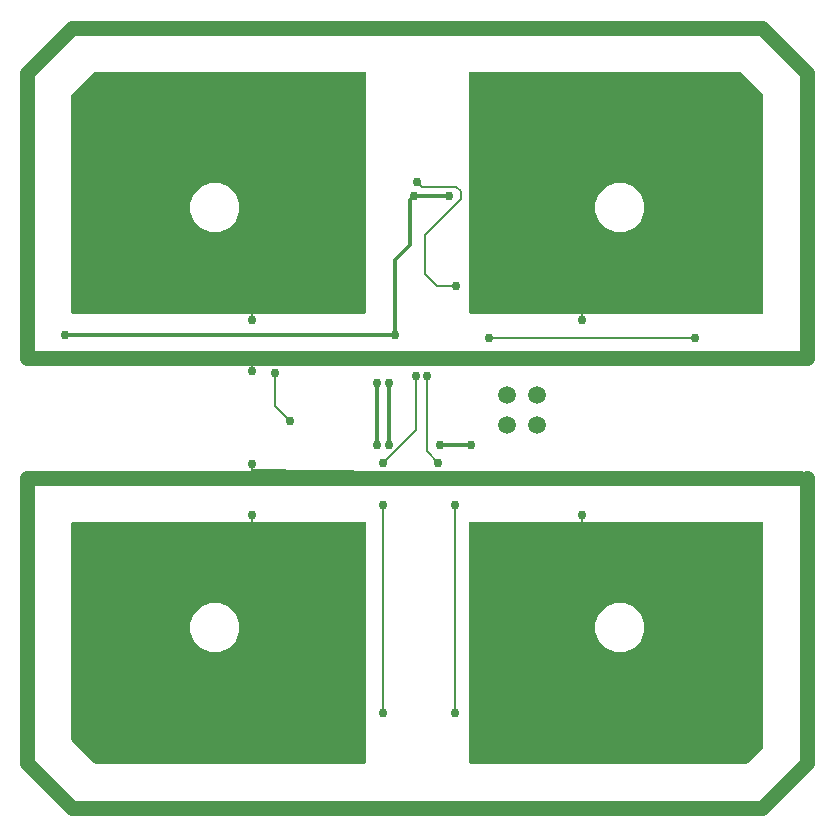
<source format=gbr>
G04 EAGLE Gerber X2 export*
%TF.Part,Single*%
%TF.FileFunction,Copper,L2,Bot,Mixed*%
%TF.FilePolarity,Positive*%
%TF.GenerationSoftware,Autodesk,EAGLE,9.0.1*%
%TF.CreationDate,2018-05-23T18:29:57Z*%
G75*
%MOMM*%
%FSLAX34Y34*%
%LPD*%
%AMOC8*
5,1,8,0,0,1.08239X$1,22.5*%
G01*
%ADD10C,0.756400*%
%ADD11C,0.304800*%
%ADD12C,1.500000*%
%ADD13C,0.152400*%
%ADD14C,1.270000*%

G36*
X628740Y56404D02*
X628740Y56404D01*
X628831Y56411D01*
X628861Y56423D01*
X628893Y56429D01*
X628973Y56471D01*
X629057Y56507D01*
X629089Y56533D01*
X629110Y56544D01*
X629132Y56567D01*
X629188Y56612D01*
X641888Y69312D01*
X641941Y69386D01*
X642001Y69455D01*
X642013Y69485D01*
X642032Y69511D01*
X642059Y69598D01*
X642093Y69683D01*
X642097Y69724D01*
X642104Y69747D01*
X642103Y69779D01*
X642111Y69850D01*
X642111Y260350D01*
X642108Y260370D01*
X642110Y260389D01*
X642088Y260491D01*
X642072Y260593D01*
X642062Y260610D01*
X642058Y260630D01*
X642005Y260719D01*
X641956Y260810D01*
X641942Y260824D01*
X641932Y260841D01*
X641853Y260908D01*
X641778Y260980D01*
X641760Y260988D01*
X641745Y261001D01*
X641649Y261040D01*
X641555Y261083D01*
X641535Y261085D01*
X641517Y261093D01*
X641350Y261111D01*
X393700Y261111D01*
X393680Y261108D01*
X393661Y261110D01*
X393559Y261088D01*
X393457Y261072D01*
X393440Y261062D01*
X393420Y261058D01*
X393331Y261005D01*
X393240Y260956D01*
X393226Y260942D01*
X393209Y260932D01*
X393142Y260853D01*
X393071Y260778D01*
X393062Y260760D01*
X393049Y260745D01*
X393010Y260649D01*
X392967Y260555D01*
X392965Y260535D01*
X392957Y260517D01*
X392939Y260350D01*
X392939Y57150D01*
X392942Y57130D01*
X392940Y57111D01*
X392962Y57009D01*
X392979Y56907D01*
X392988Y56890D01*
X392992Y56870D01*
X393045Y56781D01*
X393094Y56690D01*
X393108Y56676D01*
X393118Y56659D01*
X393197Y56592D01*
X393272Y56521D01*
X393290Y56512D01*
X393305Y56499D01*
X393401Y56460D01*
X393495Y56417D01*
X393515Y56415D01*
X393533Y56407D01*
X393700Y56389D01*
X628650Y56389D01*
X628740Y56404D01*
G37*
G36*
X304820Y56392D02*
X304820Y56392D01*
X304839Y56390D01*
X304941Y56412D01*
X305043Y56429D01*
X305060Y56438D01*
X305080Y56442D01*
X305169Y56495D01*
X305260Y56544D01*
X305274Y56558D01*
X305291Y56568D01*
X305358Y56647D01*
X305430Y56722D01*
X305438Y56740D01*
X305451Y56755D01*
X305490Y56851D01*
X305533Y56945D01*
X305535Y56965D01*
X305543Y56983D01*
X305561Y57150D01*
X305561Y260350D01*
X305558Y260370D01*
X305560Y260389D01*
X305538Y260491D01*
X305522Y260593D01*
X305512Y260610D01*
X305508Y260630D01*
X305455Y260719D01*
X305406Y260810D01*
X305392Y260824D01*
X305382Y260841D01*
X305303Y260908D01*
X305228Y260980D01*
X305210Y260988D01*
X305195Y261001D01*
X305099Y261040D01*
X305005Y261083D01*
X304985Y261085D01*
X304967Y261093D01*
X304800Y261111D01*
X57150Y261111D01*
X57130Y261108D01*
X57111Y261110D01*
X57009Y261088D01*
X56907Y261072D01*
X56890Y261062D01*
X56870Y261058D01*
X56781Y261005D01*
X56690Y260956D01*
X56676Y260942D01*
X56659Y260932D01*
X56592Y260853D01*
X56521Y260778D01*
X56512Y260760D01*
X56499Y260745D01*
X56460Y260649D01*
X56417Y260555D01*
X56415Y260535D01*
X56407Y260517D01*
X56389Y260350D01*
X56389Y76200D01*
X56404Y76110D01*
X56411Y76019D01*
X56423Y75989D01*
X56429Y75957D01*
X56471Y75877D01*
X56507Y75793D01*
X56533Y75761D01*
X56544Y75740D01*
X56567Y75718D01*
X56582Y75699D01*
X56587Y75690D01*
X56593Y75685D01*
X56612Y75662D01*
X75662Y56612D01*
X75736Y56559D01*
X75805Y56499D01*
X75835Y56487D01*
X75861Y56468D01*
X75948Y56441D01*
X76033Y56407D01*
X76074Y56403D01*
X76097Y56396D01*
X76129Y56397D01*
X76200Y56389D01*
X304800Y56389D01*
X304820Y56392D01*
G37*
G36*
X304820Y437392D02*
X304820Y437392D01*
X304839Y437390D01*
X304941Y437412D01*
X305043Y437429D01*
X305060Y437438D01*
X305080Y437442D01*
X305169Y437495D01*
X305260Y437544D01*
X305274Y437558D01*
X305291Y437568D01*
X305358Y437647D01*
X305430Y437722D01*
X305438Y437740D01*
X305451Y437755D01*
X305490Y437851D01*
X305533Y437945D01*
X305535Y437965D01*
X305543Y437983D01*
X305561Y438150D01*
X305561Y641350D01*
X305558Y641370D01*
X305560Y641389D01*
X305538Y641491D01*
X305522Y641593D01*
X305512Y641610D01*
X305508Y641630D01*
X305455Y641719D01*
X305406Y641810D01*
X305392Y641824D01*
X305382Y641841D01*
X305303Y641908D01*
X305228Y641980D01*
X305210Y641988D01*
X305195Y642001D01*
X305099Y642040D01*
X305005Y642083D01*
X304985Y642085D01*
X304967Y642093D01*
X304800Y642111D01*
X76200Y642111D01*
X76110Y642097D01*
X76019Y642089D01*
X75989Y642077D01*
X75957Y642072D01*
X75877Y642029D01*
X75793Y641993D01*
X75761Y641967D01*
X75740Y641956D01*
X75718Y641933D01*
X75662Y641888D01*
X56612Y622838D01*
X56559Y622764D01*
X56499Y622695D01*
X56487Y622665D01*
X56468Y622639D01*
X56441Y622552D01*
X56407Y622467D01*
X56403Y622426D01*
X56396Y622403D01*
X56397Y622371D01*
X56389Y622300D01*
X56389Y438150D01*
X56392Y438130D01*
X56390Y438111D01*
X56412Y438009D01*
X56429Y437907D01*
X56438Y437890D01*
X56442Y437870D01*
X56495Y437781D01*
X56544Y437690D01*
X56558Y437676D01*
X56568Y437659D01*
X56647Y437592D01*
X56722Y437521D01*
X56740Y437512D01*
X56755Y437499D01*
X56851Y437460D01*
X56945Y437417D01*
X56965Y437415D01*
X56983Y437407D01*
X57150Y437389D01*
X304800Y437389D01*
X304820Y437392D01*
G37*
G36*
X641370Y437392D02*
X641370Y437392D01*
X641389Y437390D01*
X641491Y437412D01*
X641593Y437429D01*
X641610Y437438D01*
X641630Y437442D01*
X641719Y437495D01*
X641810Y437544D01*
X641824Y437558D01*
X641841Y437568D01*
X641908Y437647D01*
X641980Y437722D01*
X641988Y437740D01*
X642001Y437755D01*
X642040Y437851D01*
X642083Y437945D01*
X642085Y437965D01*
X642093Y437983D01*
X642111Y438150D01*
X642111Y622300D01*
X642097Y622390D01*
X642089Y622481D01*
X642077Y622511D01*
X642072Y622543D01*
X642029Y622623D01*
X641993Y622707D01*
X641967Y622739D01*
X641956Y622760D01*
X641933Y622782D01*
X641888Y622838D01*
X622838Y641888D01*
X622764Y641941D01*
X622695Y642001D01*
X622665Y642013D01*
X622639Y642032D01*
X622552Y642059D01*
X622467Y642093D01*
X622426Y642097D01*
X622403Y642104D01*
X622371Y642103D01*
X622300Y642111D01*
X393700Y642111D01*
X393680Y642108D01*
X393661Y642110D01*
X393559Y642088D01*
X393457Y642072D01*
X393440Y642062D01*
X393420Y642058D01*
X393331Y642005D01*
X393240Y641956D01*
X393226Y641942D01*
X393209Y641932D01*
X393142Y641853D01*
X393071Y641778D01*
X393062Y641760D01*
X393049Y641745D01*
X393010Y641649D01*
X392967Y641555D01*
X392965Y641535D01*
X392957Y641517D01*
X392939Y641350D01*
X392939Y438150D01*
X392942Y438130D01*
X392940Y438111D01*
X392962Y438009D01*
X392979Y437907D01*
X392988Y437890D01*
X392992Y437870D01*
X393045Y437781D01*
X393094Y437690D01*
X393108Y437676D01*
X393118Y437659D01*
X393197Y437592D01*
X393272Y437521D01*
X393290Y437512D01*
X393305Y437499D01*
X393401Y437460D01*
X393495Y437417D01*
X393515Y437415D01*
X393533Y437407D01*
X393700Y437389D01*
X641350Y437389D01*
X641370Y437392D01*
G37*
%LPC*%
G36*
X173690Y506389D02*
X173690Y506389D01*
X166097Y509535D01*
X160285Y515347D01*
X157139Y522940D01*
X157139Y531160D01*
X160285Y538753D01*
X166097Y544565D01*
X173690Y547711D01*
X181910Y547711D01*
X189503Y544565D01*
X195315Y538753D01*
X198461Y531160D01*
X198461Y522940D01*
X195315Y515347D01*
X189503Y509535D01*
X181910Y506389D01*
X173690Y506389D01*
G37*
%LPD*%
%LPC*%
G36*
X516590Y506389D02*
X516590Y506389D01*
X508997Y509535D01*
X503185Y515347D01*
X500039Y522940D01*
X500039Y531160D01*
X503185Y538753D01*
X508997Y544565D01*
X516590Y547711D01*
X524810Y547711D01*
X532403Y544565D01*
X538215Y538753D01*
X541361Y531160D01*
X541361Y522940D01*
X538215Y515347D01*
X532403Y509535D01*
X524810Y506389D01*
X516590Y506389D01*
G37*
%LPD*%
%LPC*%
G36*
X516590Y150789D02*
X516590Y150789D01*
X508997Y153935D01*
X503185Y159747D01*
X500039Y167340D01*
X500039Y175560D01*
X503185Y183153D01*
X508997Y188965D01*
X516590Y192111D01*
X524810Y192111D01*
X532403Y188965D01*
X538215Y183153D01*
X541361Y175560D01*
X541361Y167340D01*
X538215Y159747D01*
X532403Y153935D01*
X524810Y150789D01*
X516590Y150789D01*
G37*
%LPD*%
%LPC*%
G36*
X173690Y150789D02*
X173690Y150789D01*
X166097Y153935D01*
X160285Y159747D01*
X157139Y167340D01*
X157139Y175560D01*
X160285Y183153D01*
X166097Y188965D01*
X173690Y192111D01*
X181910Y192111D01*
X189503Y188965D01*
X195315Y183153D01*
X198461Y175560D01*
X198461Y167340D01*
X195315Y159747D01*
X189503Y153935D01*
X181910Y150789D01*
X173690Y150789D01*
G37*
%LPD*%
D10*
X314960Y378460D03*
D11*
X314960Y326390D01*
D10*
X314960Y326390D03*
X368300Y326390D03*
D12*
X450850Y342900D03*
D11*
X394970Y326390D02*
X368300Y326390D01*
D10*
X394970Y326390D03*
X346710Y537210D03*
X375920Y537210D03*
D11*
X346710Y537210D01*
D10*
X325120Y378460D03*
D11*
X325120Y326390D01*
D10*
X325120Y326390D03*
X330200Y419100D03*
D11*
X330200Y482600D01*
X342900Y495300D01*
X342900Y533400D01*
X346710Y537210D01*
X330200Y419100D02*
X50800Y419100D01*
D10*
X50800Y419100D03*
D12*
X425450Y342900D03*
D10*
X349250Y548640D03*
D13*
X353060Y544830D01*
X382270Y544830D01*
X386080Y541020D01*
X386080Y534670D01*
X355600Y504190D01*
D10*
X584200Y416560D03*
D13*
X410210Y416560D01*
D10*
X410210Y416560D03*
D13*
X355600Y471170D02*
X355600Y504190D01*
X365760Y461010D02*
X382270Y461010D01*
D10*
X382270Y461010D03*
D13*
X365760Y461010D02*
X355600Y471170D01*
D14*
X641350Y679450D02*
X57150Y679450D01*
X641350Y679450D02*
X679450Y641350D01*
X57150Y679450D02*
X19050Y641350D01*
X19050Y400050D01*
X190500Y400050D01*
X209550Y400050D01*
X342900Y400050D01*
X609600Y400050D01*
X679450Y400050D01*
X679450Y641350D01*
D13*
X189865Y399415D02*
X184150Y393700D01*
X189865Y399415D02*
X190500Y400050D01*
X189865Y399415D02*
X190500Y398780D01*
D10*
X209550Y388620D03*
D13*
X209550Y400050D01*
D10*
X488950Y431800D03*
D13*
X488950Y441960D01*
D10*
X209550Y431800D03*
D13*
X209550Y444500D01*
D10*
X209550Y266700D03*
D13*
X209550Y254000D01*
D10*
X241300Y346710D03*
D13*
X228600Y359410D01*
X228600Y387350D01*
D10*
X228600Y387350D03*
D14*
X57150Y19050D02*
X641350Y19050D01*
X57150Y19050D02*
X19050Y57150D01*
X19050Y298450D01*
X673100Y298450D01*
X679450Y298450D02*
X679450Y57150D01*
X641350Y19050D01*
D10*
X209550Y309880D03*
D13*
X209550Y304800D01*
X673100Y298450D01*
X539750Y260350D02*
X533400Y254000D01*
D10*
X488950Y266700D03*
D13*
X488950Y254000D01*
D10*
X347980Y384810D03*
D13*
X347980Y339090D01*
X320040Y311150D01*
D10*
X320040Y311150D03*
X320040Y275590D03*
D13*
X320040Y99060D01*
D10*
X320040Y99060D03*
X357068Y384810D03*
D13*
X357068Y321112D01*
X367030Y311150D01*
D10*
X367030Y311150D03*
X381000Y275590D03*
D13*
X381000Y99060D01*
D10*
X381000Y99060D03*
D12*
X425450Y368300D03*
X450850Y368300D03*
M02*

</source>
